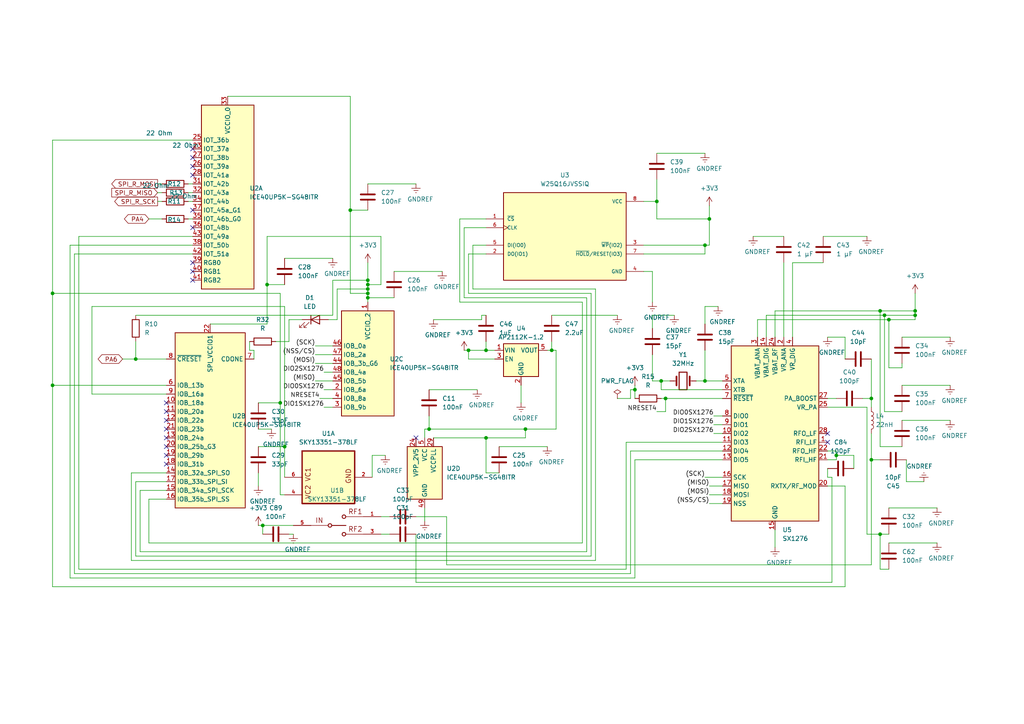
<source format=kicad_sch>
(kicad_sch (version 20250114) (generator "eeschema") (generator_version "9.0")
  (paper "A4")
  (title_block (title "Flipper Device DIY") (rev "13.F7B9C6") (company "Originally from : Flipper Devices Inc.") (comment 1 "DIY Version 1.0"))
  (lib_symbols
    (symbol "Device:C" (pin_numbers (hide yes)) (pin_names (offset 0.254))
      (property "Reference" "C" (at 0.635 2.54 0))
      (property "Value" "C" (at 0.635 -2.54 0))
      (symbol "C_1_1"
        (pin passive line (at 0 3.81 270) (length 2.794) (name "~") (number "1"))
        (pin passive line (at 0 -3.81 90) (length 2.794) (name "~") (number "2"))
      )
    )
    (symbol "Device:Crystal" (pin_numbers (hide yes)) (pin_names (offset 1.016) (hide yes))
      (property "Reference" "Y" (at 0 3.81 0))
      (property "Value" "Crystal" (at 0 -3.81 0))
      (symbol "Crystal_1_1"
        (pin passive line (at -3.81 0 0) (length 1.27) (name "1") (number "1"))
        (pin passive line (at 3.81 0 180) (length 1.27) (name "2") (number "2"))
      )
    )
    (symbol "Device:L" (pin_numbers (hide yes)) (pin_names (offset 1.016) (hide yes))
      (property "Reference" "L" (at -1.27 0 90))
      (property "Value" "L" (at 1.905 0 90))
      (symbol "L_1_1"
        (pin passive line (at 0 3.81 270) (length 1.27) (name "1") (number "1"))
        (pin passive line (at 0 -3.81 90) (length 1.27) (name "2") (number "2"))
      )
    )
    (symbol "Device:LED" (pin_numbers (hide yes)) (pin_names (offset 1.016) (hide yes))
      (property "Reference" "D" (at 0 2.54 0))
      (property "Value" "LED" (at 0 -2.54 0))
      (symbol "LED_1_1"
        (pin passive line (at -3.81 0 0) (length 2.54) (name "K") (number "1"))
        (pin passive line (at 3.81 0 180) (length 2.54) (name "A") (number "2"))
      )
    )
    (symbol "Device:R" (pin_numbers (hide yes)) (pin_names (offset 0))
      (property "Reference" "R" (at 2.032 0 90))
      (property "Value" "R" (at 0 0 90))
      (symbol "R_1_1"
        (pin passive line (at 0 3.81 270) (length 1.27) (name "~") (number "1"))
        (pin passive line (at 0 -3.81 90) (length 1.27) (name "~") (number "2"))
      )
    )
    (symbol "FPGA_Lattice:ICE40UP5K-SG48ITR"
      (property "Reference" "U2" (at 6.35 1.2701 0))
      (property "Value" "ICE40UP5K-SG48ITR" (at 6.35 -1.2699 0))
      (symbol "ICE40UP5K-SG48ITR_1_1"
        (pin bidirectional line (at -10.16 15.24 0) (length 2.54) (name "IOT_36b") (number "25"))
        (pin bidirectional line (at -10.16 12.7 0) (length 2.54) (name "IOT_37a") (number "23"))
        (pin bidirectional line (at -10.16 10.16 0) (length 2.54) (name "IOT_38b") (number "27"))
        (pin bidirectional line (at -10.16 7.62 0) (length 2.54) (name "IOT_39a") (number "26"))
        (pin bidirectional line (at -10.16 5.08 0) (length 2.54) (name "IOT_41a") (number "28"))
        (pin bidirectional line (at -10.16 2.54 0) (length 2.54) (name "IOT_42b") (number "31"))
        (pin bidirectional line (at -10.16 0 0) (length 2.54) (name "IOT_43a") (number "32"))
        (pin bidirectional line (at -10.16 -2.54 0) (length 2.54) (name "IOT_44b") (number "34"))
        (pin bidirectional line (at -10.16 -5.08 0) (length 2.54) (name "IOT_45a_G1") (number "37"))
        (pin bidirectional line (at -10.16 -7.62 0) (length 2.54) (name "IOT_46b_G0") (number "35"))
        (pin bidirectional line (at -10.16 -10.16 0) (length 2.54) (name "IOT_48b") (number "36"))
        (pin bidirectional line (at -10.16 -12.7 0) (length 2.54) (name "IOT_49a") (number "43"))
        (pin bidirectional line (at -10.16 -15.24 0) (length 2.54) (name "IOT_50b") (number "38"))
        (pin bidirectional line (at -10.16 -17.78 0) (length 2.54) (name "IOT_51a") (number "42"))
        (pin open_collector line (at -10.16 -20.32 0) (length 2.54) (name "RGB0") (number "39"))
        (pin open_collector line (at -10.16 -22.86 0) (length 2.54) (name "RGB1") (number "40"))
        (pin open_collector line (at -10.16 -25.4 0) (length 2.54) (name "RGB2") (number "41"))
        (pin power_in line (at 0 27.94 270) (length 2.54) (name "VCCIO_0") (number "33"))
      )
      (symbol "ICE40UP5K-SG48ITR_2_1"
        (pin input line (at -12.7 17.78 0) (length 2.54) (name "~{CRESET}") (number "8"))
        (pin bidirectional line (at -12.7 10.16 0) (length 2.54) (name "IOB_13b") (number "6"))
        (pin bidirectional line (at -12.7 7.62 0) (length 2.54) (name "IOB_16a") (number "9"))
        (pin bidirectional line (at -12.7 5.08 0) (length 2.54) (name "IOB_18a") (number "10"))
        (pin bidirectional line (at -12.7 2.54 0) (length 2.54) (name "IOB_20a") (number "11"))
        (pin bidirectional line (at -12.7 0 0) (length 2.54) (name "IOB_22a") (number "12"))
        (pin bidirectional line (at -12.7 -2.54 0) (length 2.54) (name "IOB_23b") (number "21"))
        (pin bidirectional line (at -12.7 -5.08 0) (length 2.54) (name "IOB_24a") (number "13"))
        (pin bidirectional line (at -12.7 -7.62 0) (length 2.54) (name "IOB_25b_G3") (number "20"))
        (pin bidirectional line (at -12.7 -10.16 0) (length 2.54) (name "IOB_29b") (number "19"))
        (pin bidirectional line (at -12.7 -12.7 0) (length 2.54) (name "IOB_31b") (number "18"))
        (pin bidirectional line (at -12.7 -15.24 0) (length 2.54) (name "IOB_32a_SPI_SO") (number "14"))
        (pin bidirectional line (at -12.7 -17.78 0) (length 2.54) (name "IOB_33b_SPI_SI") (number "17"))
        (pin bidirectional line (at -12.7 -20.32 0) (length 2.54) (name "IOB_34a_SPI_SCK") (number "15"))
        (pin bidirectional line (at -12.7 -22.86 0) (length 2.54) (name "IOB_35b_SPI_SS") (number "16"))
        (pin power_in line (at 0 27.94 270) (length 2.54) (name "SPI_VCCIO1") (number "22"))
        (pin open_collector line (at 12.7 17.78 180) (length 2.54) (name "CDONE") (number "7"))
      )
      (symbol "ICE40UP5K-SG48ITR_3_1"
        (pin bidirectional line (at -10.16 5.08 0) (length 2.54) (name "IOB_0a") (number "46"))
        (pin bidirectional line (at -10.16 2.54 0) (length 2.54) (name "IOB_2a") (number "47"))
        (pin bidirectional line (at -10.16 0 0) (length 2.54) (name "IOB_3b_G6") (number "44"))
        (pin bidirectional line (at -10.16 -2.54 0) (length 2.54) (name "IOB_4a") (number "48"))
        (pin bidirectional line (at -10.16 -5.08 0) (length 2.54) (name "IOB_5b") (number "45"))
        (pin bidirectional line (at -10.16 -7.62 0) (length 2.54) (name "IOB_6a") (number "2"))
        (pin bidirectional line (at -10.16 -10.16 0) (length 2.54) (name "IOB_8a") (number "4"))
        (pin bidirectional line (at -10.16 -12.7 0) (length 2.54) (name "IOB_9b") (number "3"))
        (pin power_in line (at 0 17.78 270) (length 2.54) (name "VCCIO_2") (number "1"))
      )
      (symbol "ICE40UP5K-SG48ITR_4_1"
        (pin power_in line (at -2.54 10.16 270) (length 2.54) (name "VPP_2V5") (number "24"))
        (pin passive line (at 0 10.16 270) (length 2.54) (hide yes) (name "VCC") (number "30"))
        (pin power_in line (at 0 10.16 270) (length 2.54) (name "VCC") (number "5"))
        (pin power_in line (at 0 -10.16 90) (length 2.54) (name "GND") (number "49"))
        (pin power_in line (at 2.54 10.16 270) (length 2.54) (name "VCCPLL") (number "29"))
      )
    )
    (symbol "ICE40UP5K-SG48ITR_1"
      (property "Reference" "U2" (at 6.35 1.2701 0))
      (property "Value" "ICE40UP5K-SG48ITR" (at 6.35 -1.2699 0))
      (symbol "ICE40UP5K-SG48ITR_1_1_1"
        (pin bidirectional line (at -10.16 15.24 0) (length 2.54) (name "IOT_36b") (number "25"))
        (pin bidirectional line (at -10.16 12.7 0) (length 2.54) (name "IOT_37a") (number "23"))
        (pin bidirectional line (at -10.16 10.16 0) (length 2.54) (name "IOT_38b") (number "27"))
        (pin bidirectional line (at -10.16 7.62 0) (length 2.54) (name "IOT_39a") (number "26"))
        (pin bidirectional line (at -10.16 5.08 0) (length 2.54) (name "IOT_41a") (number "28"))
        (pin bidirectional line (at -10.16 2.54 0) (length 2.54) (name "IOT_42b") (number "31"))
        (pin bidirectional line (at -10.16 0 0) (length 2.54) (name "IOT_43a") (number "32"))
        (pin bidirectional line (at -10.16 -2.54 0) (length 2.54) (name "IOT_44b") (number "34"))
        (pin bidirectional line (at -10.16 -5.08 0) (length 2.54) (name "IOT_45a_G1") (number "37"))
        (pin bidirectional line (at -10.16 -7.62 0) (length 2.54) (name "IOT_46b_G0") (number "35"))
        (pin bidirectional line (at -10.16 -10.16 0) (length 2.54) (name "IOT_48b") (number "36"))
        (pin bidirectional line (at -10.16 -12.7 0) (length 2.54) (name "IOT_49a") (number "43"))
        (pin bidirectional line (at -10.16 -15.24 0) (length 2.54) (name "IOT_50b") (number "38"))
        (pin bidirectional line (at -10.16 -17.78 0) (length 2.54) (name "IOT_51a") (number "42"))
        (pin open_collector line (at -10.16 -20.32 0) (length 2.54) (name "RGB0") (number "39"))
        (pin open_collector line (at -10.16 -22.86 0) (length 2.54) (name "RGB1") (number "40"))
        (pin open_collector line (at -10.16 -25.4 0) (length 2.54) (name "RGB2") (number "41"))
        (pin power_in line (at 0 27.94 270) (length 2.54) (name "VCCIO_0") (number "33"))
      )
      (symbol "ICE40UP5K-SG48ITR_1_2_1"
        (pin input line (at -12.7 17.78 0) (length 2.54) (name "~{CRESET}") (number "8"))
        (pin bidirectional line (at -12.7 10.16 0) (length 2.54) (name "IOB_13b") (number "6"))
        (pin bidirectional line (at -12.7 7.62 0) (length 2.54) (name "IOB_16a") (number "9"))
        (pin bidirectional line (at -12.7 5.08 0) (length 2.54) (name "IOB_18a") (number "10"))
        (pin bidirectional line (at -12.7 2.54 0) (length 2.54) (name "IOB_20a") (number "11"))
        (pin bidirectional line (at -12.7 0 0) (length 2.54) (name "IOB_22a") (number "12"))
        (pin bidirectional line (at -12.7 -2.54 0) (length 2.54) (name "IOB_23b") (number "21"))
        (pin bidirectional line (at -12.7 -5.08 0) (length 2.54) (name "IOB_24a") (number "13"))
        (pin bidirectional line (at -12.7 -7.62 0) (length 2.54) (name "IOB_25b_G3") (number "20"))
        (pin bidirectional line (at -12.7 -10.16 0) (length 2.54) (name "IOB_29b") (number "19"))
        (pin bidirectional line (at -12.7 -12.7 0) (length 2.54) (name "IOB_31b") (number "18"))
        (pin bidirectional line (at -12.7 -15.24 0) (length 2.54) (name "IOB_32a_SPI_SO") (number "14"))
        (pin bidirectional line (at -12.7 -17.78 0) (length 2.54) (name "IOB_33b_SPI_SI") (number "17"))
        (pin bidirectional line (at -12.7 -20.32 0) (length 2.54) (name "IOB_34a_SPI_SCK") (number "15"))
        (pin bidirectional line (at -12.7 -22.86 0) (length 2.54) (name "IOB_35b_SPI_SS") (number "16"))
        (pin power_in line (at 0 27.94 270) (length 2.54) (name "SPI_VCCIO1") (number "22"))
        (pin open_collector line (at 12.7 17.78 180) (length 2.54) (name "CDONE") (number "7"))
      )
      (symbol "ICE40UP5K-SG48ITR_1_3_1"
        (pin bidirectional line (at -10.16 5.08 0) (length 2.54) (name "IOB_0a") (number "46"))
        (pin bidirectional line (at -10.16 2.54 0) (length 2.54) (name "IOB_2a") (number "47"))
        (pin bidirectional line (at -10.16 0 0) (length 2.54) (name "IOB_3b_G6") (number "44"))
        (pin bidirectional line (at -10.16 -2.54 0) (length 2.54) (name "IOB_4a") (number "48"))
        (pin bidirectional line (at -10.16 -5.08 0) (length 2.54) (name "IOB_5b") (number "45"))
        (pin bidirectional line (at -10.16 -7.62 0) (length 2.54) (name "IOB_6a") (number "2"))
        (pin bidirectional line (at -10.16 -10.16 0) (length 2.54) (name "IOB_8a") (number "4"))
        (pin bidirectional line (at -10.16 -12.7 0) (length 2.54) (name "IOB_9b") (number "3"))
        (pin power_in line (at 0 17.78 270) (length 2.54) (name "VCCIO_2") (number "1"))
      )
      (symbol "ICE40UP5K-SG48ITR_1_4_1"
        (pin power_in line (at -2.54 10.16 270) (length 2.54) (name "VPP_2V5") (number "24"))
        (pin passive line (at 0 10.16 270) (length 2.54) (hide yes) (name "VCC") (number "30"))
        (pin power_in line (at 0 10.16 270) (length 2.54) (name "VCC") (number "5"))
        (pin power_in line (at 0 -10.16 90) (length 2.54) (name "GND") (number "49"))
        (pin power_in line (at 2.54 10.16 270) (length 2.54) (name "VCCPLL") (number "29"))
      )
    )
    (symbol "ICE40UP5K-SG48ITR_2"
      (property "Reference" "U2" (at 6.35 1.2701 0))
      (property "Value" "ICE40UP5K-SG48ITR" (at 6.35 -1.2699 0))
      (symbol "ICE40UP5K-SG48ITR_2_1_1"
        (pin bidirectional line (at -10.16 15.24 0) (length 2.54) (name "IOT_36b") (number "25"))
        (pin bidirectional line (at -10.16 12.7 0) (length 2.54) (name "IOT_37a") (number "23"))
        (pin bidirectional line (at -10.16 10.16 0) (length 2.54) (name "IOT_38b") (number "27"))
        (pin bidirectional line (at -10.16 7.62 0) (length 2.54) (name "IOT_39a") (number "26"))
        (pin bidirectional line (at -10.16 5.08 0) (length 2.54) (name "IOT_41a") (number "28"))
        (pin bidirectional line (at -10.16 2.54 0) (length 2.54) (name "IOT_42b") (number "31"))
        (pin bidirectional line (at -10.16 0 0) (length 2.54) (name "IOT_43a") (number "32"))
        (pin bidirectional line (at -10.16 -2.54 0) (length 2.54) (name "IOT_44b") (number "34"))
        (pin bidirectional line (at -10.16 -5.08 0) (length 2.54) (name "IOT_45a_G1") (number "37"))
        (pin bidirectional line (at -10.16 -7.62 0) (length 2.54) (name "IOT_46b_G0") (number "35"))
        (pin bidirectional line (at -10.16 -10.16 0) (length 2.54) (name "IOT_48b") (number "36"))
        (pin bidirectional line (at -10.16 -12.7 0) (length 2.54) (name "IOT_49a") (number "43"))
        (pin bidirectional line (at -10.16 -15.24 0) (length 2.54) (name "IOT_50b") (number "38"))
        (pin bidirectional line (at -10.16 -17.78 0) (length 2.54) (name "IOT_51a") (number "42"))
        (pin open_collector line (at -10.16 -20.32 0) (length 2.54) (name "RGB0") (number "39"))
        (pin open_collector line (at -10.16 -22.86 0) (length 2.54) (name "RGB1") (number "40"))
        (pin open_collector line (at -10.16 -25.4 0) (length 2.54) (name "RGB2") (number "41"))
        (pin power_in line (at 0 27.94 270) (length 2.54) (name "VCCIO_0") (number "33"))
      )
      (symbol "ICE40UP5K-SG48ITR_2_2_1"
        (pin input line (at -12.7 17.78 0) (length 2.54) (name "~{CRESET}") (number "8"))
        (pin bidirectional line (at -12.7 10.16 0) (length 2.54) (name "IOB_13b") (number "6"))
        (pin bidirectional line (at -12.7 7.62 0) (length 2.54) (name "IOB_16a") (number "9"))
        (pin bidirectional line (at -12.7 5.08 0) (length 2.54) (name "IOB_18a") (number "10"))
        (pin bidirectional line (at -12.7 2.54 0) (length 2.54) (name "IOB_20a") (number "11"))
        (pin bidirectional line (at -12.7 0 0) (length 2.54) (name "IOB_22a") (number "12"))
        (pin bidirectional line (at -12.7 -2.54 0) (length 2.54) (name "IOB_23b") (number "21"))
        (pin bidirectional line (at -12.7 -5.08 0) (length 2.54) (name "IOB_24a") (number "13"))
        (pin bidirectional line (at -12.7 -7.62 0) (length 2.54) (name "IOB_25b_G3") (number "20"))
        (pin bidirectional line (at -12.7 -10.16 0) (length 2.54) (name "IOB_29b") (number "19"))
        (pin bidirectional line (at -12.7 -12.7 0) (length 2.54) (name "IOB_31b") (number "18"))
        (pin bidirectional line (at -12.7 -15.24 0) (length 2.54) (name "IOB_32a_SPI_SO") (number "14"))
        (pin bidirectional line (at -12.7 -17.78 0) (length 2.54) (name "IOB_33b_SPI_SI") (number "17"))
        (pin bidirectional line (at -12.7 -20.32 0) (length 2.54) (name "IOB_34a_SPI_SCK") (number "15"))
        (pin bidirectional line (at -12.7 -22.86 0) (length 2.54) (name "IOB_35b_SPI_SS") (number "16"))
        (pin power_in line (at 0 27.94 270) (length 2.54) (name "SPI_VCCIO1") (number "22"))
        (pin open_collector line (at 12.7 17.78 180) (length 2.54) (name "CDONE") (number "7"))
      )
      (symbol "ICE40UP5K-SG48ITR_2_3_1"
        (pin bidirectional line (at -10.16 5.08 0) (length 2.54) (name "IOB_0a") (number "46"))
        (pin bidirectional line (at -10.16 2.54 0) (length 2.54) (name "IOB_2a") (number "47"))
        (pin bidirectional line (at -10.16 0 0) (length 2.54) (name "IOB_3b_G6") (number "44"))
        (pin bidirectional line (at -10.16 -2.54 0) (length 2.54) (name "IOB_4a") (number "48"))
        (pin bidirectional line (at -10.16 -5.08 0) (length 2.54) (name "IOB_5b") (number "45"))
        (pin bidirectional line (at -10.16 -7.62 0) (length 2.54) (name "IOB_6a") (number "2"))
        (pin bidirectional line (at -10.16 -10.16 0) (length 2.54) (name "IOB_8a") (number "4"))
        (pin bidirectional line (at -10.16 -12.7 0) (length 2.54) (name "IOB_9b") (number "3"))
        (pin power_in line (at 0 17.78 270) (length 2.54) (name "VCCIO_2") (number "1"))
      )
      (symbol "ICE40UP5K-SG48ITR_2_4_1"
        (pin power_in line (at -2.54 10.16 270) (length 2.54) (name "VPP_2V5") (number "24"))
        (pin passive line (at 0 10.16 270) (length 2.54) (hide yes) (name "VCC") (number "30"))
        (pin power_in line (at 0 10.16 270) (length 2.54) (name "VCC") (number "5"))
        (pin power_in line (at 0 -10.16 90) (length 2.54) (name "GND") (number "49"))
        (pin power_in line (at 2.54 10.16 270) (length 2.54) (name "VCCPLL") (number "29"))
      )
    )
    (symbol "ICE40UP5K-SG48ITR_3"
      (property "Reference" "U2" (at 6.35 1.2701 0))
      (property "Value" "ICE40UP5K-SG48ITR" (at 6.35 -1.2699 0))
      (symbol "ICE40UP5K-SG48ITR_3_1_1"
        (pin bidirectional line (at -10.16 15.24 0) (length 2.54) (name "IOT_36b") (number "25"))
        (pin bidirectional line (at -10.16 12.7 0) (length 2.54) (name "IOT_37a") (number "23"))
        (pin bidirectional line (at -10.16 10.16 0) (length 2.54) (name "IOT_38b") (number "27"))
        (pin bidirectional line (at -10.16 7.62 0) (length 2.54) (name "IOT_39a") (number "26"))
        (pin bidirectional line (at -10.16 5.08 0) (length 2.54) (name "IOT_41a") (number "28"))
        (pin bidirectional line (at -10.16 2.54 0) (length 2.54) (name "IOT_42b") (number "31"))
        (pin bidirectional line (at -10.16 0 0) (length 2.54) (name "IOT_43a") (number "32"))
        (pin bidirectional line (at -10.16 -2.54 0) (length 2.54) (name "IOT_44b") (number "34"))
        (pin bidirectional line (at -10.16 -5.08 0) (length 2.54) (name "IOT_45a_G1") (number "37"))
        (pin bidirectional line (at -10.16 -7.62 0) (length 2.54) (name "IOT_46b_G0") (number "35"))
        (pin bidirectional line (at -10.16 -10.16 0) (length 2.54) (name "IOT_48b") (number "36"))
        (pin bidirectional line (at -10.16 -12.7 0) (length 2.54) (name "IOT_49a") (number "43"))
        (pin bidirectional line (at -10.16 -15.24 0) (length 2.54) (name "IOT_50b") (number "38"))
        (pin bidirectional line (at -10.16 -17.78 0) (length 2.54) (name "IOT_51a") (number "42"))
        (pin open_collector line (at -10.16 -20.32 0) (length 2.54) (name "RGB0") (number "39"))
        (pin open_collector line (at -10.16 -22.86 0) (length 2.54) (name "RGB1") (number "40"))
        (pin open_collector line (at -10.16 -25.4 0) (length 2.54) (name "RGB2") (number "41"))
        (pin power_in line (at 0 27.94 270) (length 2.54) (name "VCCIO_0") (number "33"))
      )
      (symbol "ICE40UP5K-SG48ITR_3_2_1"
        (pin input line (at -12.7 17.78 0) (length 2.54) (name "~{CRESET}") (number "8"))
        (pin bidirectional line (at -12.7 10.16 0) (length 2.54) (name "IOB_13b") (number "6"))
        (pin bidirectional line (at -12.7 7.62 0) (length 2.54) (name "IOB_16a") (number "9"))
        (pin bidirectional line (at -12.7 5.08 0) (length 2.54) (name "IOB_18a") (number "10"))
        (pin bidirectional line (at -12.7 2.54 0) (length 2.54) (name "IOB_20a") (number "11"))
        (pin bidirectional line (at -12.7 0 0) (length 2.54) (name "IOB_22a") (number "12"))
        (pin bidirectional line (at -12.7 -2.54 0) (length 2.54) (name "IOB_23b") (number "21"))
        (pin bidirectional line (at -12.7 -5.08 0) (length 2.54) (name "IOB_24a") (number "13"))
        (pin bidirectional line (at -12.7 -7.62 0) (length 2.54) (name "IOB_25b_G3") (number "20"))
        (pin bidirectional line (at -12.7 -10.16 0) (length 2.54) (name "IOB_29b") (number "19"))
        (pin bidirectional line (at -12.7 -12.7 0) (length 2.54) (name "IOB_31b") (number "18"))
        (pin bidirectional line (at -12.7 -15.24 0) (length 2.54) (name "IOB_32a_SPI_SO") (number "14"))
        (pin bidirectional line (at -12.7 -17.78 0) (length 2.54) (name "IOB_33b_SPI_SI") (number "17"))
        (pin bidirectional line (at -12.7 -20.32 0) (length 2.54) (name "IOB_34a_SPI_SCK") (number "15"))
        (pin bidirectional line (at -12.7 -22.86 0) (length 2.54) (name "IOB_35b_SPI_SS") (number "16"))
        (pin power_in line (at 0 27.94 270) (length 2.54) (name "SPI_VCCIO1") (number "22"))
        (pin open_collector line (at 12.7 17.78 180) (length 2.54) (name "CDONE") (number "7"))
      )
      (symbol "ICE40UP5K-SG48ITR_3_3_1"
        (pin bidirectional line (at -10.16 5.08 0) (length 2.54) (name "IOB_0a") (number "46"))
        (pin bidirectional line (at -10.16 2.54 0) (length 2.54) (name "IOB_2a") (number "47"))
        (pin bidirectional line (at -10.16 0 0) (length 2.54) (name "IOB_3b_G6") (number "44"))
        (pin bidirectional line (at -10.16 -2.54 0) (length 2.54) (name "IOB_4a") (number "48"))
        (pin bidirectional line (at -10.16 -5.08 0) (length 2.54) (name "IOB_5b") (number "45"))
        (pin bidirectional line (at -10.16 -7.62 0) (length 2.54) (name "IOB_6a") (number "2"))
        (pin bidirectional line (at -10.16 -10.16 0) (length 2.54) (name "IOB_8a") (number "4"))
        (pin bidirectional line (at -10.16 -12.7 0) (length 2.54) (name "IOB_9b") (number "3"))
        (pin power_in line (at 0 17.78 270) (length 2.54) (name "VCCIO_2") (number "1"))
      )
      (symbol "ICE40UP5K-SG48ITR_3_4_1"
        (pin power_in line (at -2.54 10.16 270) (length 2.54) (name "VPP_2V5") (number "24"))
        (pin passive line (at 0 10.16 270) (length 2.54) (hide yes) (name "VCC") (number "30"))
        (pin power_in line (at 0 10.16 270) (length 2.54) (name "VCC") (number "5"))
        (pin power_in line (at 0 -10.16 90) (length 2.54) (name "GND") (number "49"))
        (pin power_in line (at 2.54 10.16 270) (length 2.54) (name "VCCPLL") (number "29"))
      )
    )
    (symbol "RF:SX1276"
      (property "Reference" "U5" (at 2.1433 -27.94 0))
      (property "Value" "SX1276" (at 2.1433 -30.48 0))
      (symbol "SX1276_1_1"
        (pin bidirectional line (at -15.24 15.24 0) (length 2.54) (name "XTA") (number "5"))
        (pin bidirectional line (at -15.24 12.7 0) (length 2.54) (name "XTB") (number "6"))
        (pin input line (at -15.24 10.16 0) (length 2.54) (name "~{RESET}") (number "7"))
        (pin bidirectional line (at -15.24 5.08 0) (length 2.54) (name "DIO0") (number "8"))
        (pin bidirectional line (at -15.24 2.54 0) (length 2.54) (name "DIO1") (number "9"))
        (pin bidirectional line (at -15.24 0 0) (length 2.54) (name "DIO2") (number "10"))
        (pin bidirectional line (at -15.24 -2.54 0) (length 2.54) (name "DIO3") (number "11"))
        (pin bidirectional line (at -15.24 -5.08 0) (length 2.54) (name "DIO4") (number "12"))
        (pin bidirectional line (at -15.24 -7.62 0) (length 2.54) (name "DIO5") (number "13"))
        (pin input line (at -15.24 -12.7 0) (length 2.54) (name "SCK") (number "16"))
        (pin output line (at -15.24 -15.24 0) (length 2.54) (name "MISO") (number "17"))
        (pin input line (at -15.24 -17.78 0) (length 2.54) (name "MOSI") (number "18"))
        (pin input line (at -15.24 -20.32 0) (length 2.54) (name "NSS") (number "19"))
        (pin power_in line (at -5.08 27.94 270) (length 2.54) (name "VBAT_ANA") (number "3"))
        (pin power_in line (at -2.54 27.94 270) (length 2.54) (name "VBAT_DIG") (number "14"))
        (pin power_in line (at 0 27.94 270) (length 2.54) (name "VBAT_RF") (number "24"))
        (pin power_in line (at 0 -27.94 90) (length 2.54) (name "GND") (number "15"))
        (pin passive line (at 0 -27.94 90) (length 2.54) (hide yes) (name "GND") (number "23"))
        (pin passive line (at 0 -27.94 90) (length 2.54) (hide yes) (name "GND") (number "26"))
        (pin passive line (at 0 -27.94 90) (length 2.54) (hide yes) (name "GND") (number "29"))
        (pin passive line (at 2.54 27.94 270) (length 2.54) (name "VR_ANA") (number "2"))
        (pin passive line (at 5.08 27.94 270) (length 2.54) (name "VR_DIG") (number "4"))
        (pin power_out line (at 15.24 10.16 180) (length 2.54) (name "PA_BOOST") (number "27"))
        (pin power_out line (at 15.24 7.62 180) (length 2.54) (name "VR_PA") (number "25"))
        (pin output line (at 15.24 0 180) (length 2.54) (name "RFO_LF") (number "28"))
        (pin input line (at 15.24 -2.54 180) (length 2.54) (name "RFI_LF") (number "1"))
        (pin output line (at 15.24 -5.08 180) (length 2.54) (name "RFO_HF") (number "22"))
        (pin input line (at 15.24 -7.62 180) (length 2.54) (name "RFI_HF") (number "21"))
        (pin output line (at 15.24 -15.24 180) (length 2.54) (name "RXTX/RF_MOD") (number "20"))
      )
    )
    (symbol "Regulator_Linear:AP2112K-1.2" (pin_names (offset 0.254))
      (property "Reference" "U" (at -5.08 5.715 0))
      (property "Value" "AP2112K-1.2" (at 0 5.715 0))
      (symbol "AP2112K-1.2_1_1"
        (pin power_in line (at -7.62 2.54 0) (length 2.54) (name "VIN") (number "1"))
        (pin input line (at -7.62 0 0) (length 2.54) (name "EN") (number "3"))
        (pin power_in line (at 0 -7.62 90) (length 2.54) (name "GND") (number "2"))
        (pin no_connect line (at 5.08 0 180) (length 2.54) (hide yes) (name "NC") (number "4"))
        (pin power_out line (at 7.62 2.54 180) (length 2.54) (name "VOUT") (number "5"))
      )
    )
    (symbol "SKY13351-378LF:SKY13351-378LF" (pin_names (offset 1.016))
      (property "Reference" "U" (at 0 0 0))
      (property "Value" "SKY13351-378LF" (at 2.54 -12.7 0))
      (symbol "SKY13351-378LF_1_0"
        (text "VC2" (at -6.35 5.08 0) (effects (font (size 1.4224 1.4224)) (justify left bottom)))
        (text "GND" (at -1.905 -6.6675 0) (effects (font (size 1.4224 1.4224)) (justify left bottom)))
        (text "VC1" (at -1.27 5.08 0) (effects (font (size 1.4224 1.4224)) (justify left bottom)))
        (pin input line (at -5.08 12.7 270) (length 5.08) (name "~") (number "4"))
        (pin input line (at 0 12.7 270) (length 5.08) (name "~") (number "6"))
        (pin power_in line (at 0 -12.7 90) (length 5.08) (name "~") (number "2"))
      )
      (symbol "SKY13351-378LF_2_0"
        (text "IN" (at -6.35 0.635 0) (effects (font (size 1.4224 1.4224)) (justify left bottom)))
        (text "RF1" (at 3.175 3.175 0) (effects (font (size 1.4224 1.4224)) (justify left bottom)))
        (text "RF2" (at 3.175 -1.905 0) (effects (font (size 1.4224 1.4224)) (justify left bottom)))
        (pin bidirectional line (at -12.7 0 0) (length 5.08) (name "~") (number "5"))
        (pin bidirectional line (at 12.7 2.54 180) (length 5.08) (name "~") (number "1"))
        (pin bidirectional line (at 12.7 -2.54 180) (length 5.08) (name "~") (number "3"))
      )
    )
    (symbol "W25Q16JVSSIQ:W25Q16JVSSIQ" (pin_names (offset 1.016))
      (property "Reference" "U" (at -17.78 13.335 0))
      (property "Value" "W25Q16JVSSIQ" (at -17.78 -15.24 0))
      (symbol "W25Q16JVSSIQ_0_0"
        (pin input line (at -22.86 5.08 0) (length 5.08) (name "~{CS}") (number "1"))
        (pin input clock (at -22.86 2.54 0) (length 5.08) (name "CLK") (number "6"))
        (pin bidirectional line (at -22.86 -2.54 0) (length 5.08) (name "DI(IO0)") (number "5"))
        (pin bidirectional line (at -22.86 -5.08 0) (length 5.08) (name "DO(IO1)") (number "2"))
        (pin power_in line (at 22.86 10.16 180) (length 5.08) (name "VCC") (number "8"))
        (pin bidirectional line (at 22.86 -2.54 180) (length 5.08) (name "~{WP}(IO2)") (number "3"))
        (pin bidirectional line (at 22.86 -5.08 180) (length 5.08) (name "~{HOLD}/RESET(IO3)") (number "7"))
        (pin power_in line (at 22.86 -10.16 180) (length 5.08) (name "GND") (number "4"))
      )
    )
    (symbol "power:+3V3" (power) (pin_numbers (hide yes)) (pin_names (offset 0) (hide yes))
      (property "Value" "+3V3" (at 0 3.556 0))
      (symbol "+3V3_1_1"
        (pin power_in line (at 0 0 90) (length 0) (name "~") (number "1"))
      )
    )
    (symbol "power:GNDREF" (power) (pin_names (offset 0))
      (property "Value" "GNDREF" (at 0 -3.81 0))
      (symbol "GNDREF_1_1"
        (pin power_in line (at 0 0 270) (length 0) (hide yes) (name "GNDREF") (number "1"))
      )
    )
    (symbol "power:PWR_FLAG" (power) (pin_numbers (hide yes)) (pin_names (offset 0) (hide yes))
      (property "Value" "PWR_FLAG" (at 0 3.81 0))
      (symbol "PWR_FLAG_0_0"
        (pin power_out line (at 0 0 90) (length 0) (name "~") (number "1"))
      )
    )
  )
  (junction (at 106.68 81.28))
  (junction (at 205.74 63.5))
  (junction (at 106.68 85.09))
  (junction (at 39.37 104.14))
  (junction (at 204.47 110.49))
  (junction (at 101.6 60.96))
  (junction (at 106.68 83.82))
  (junction (at 106.68 82.55))
  (junction (at 242.57 132.08))
  (junction (at 135.89 101.6))
  (junction (at 252.73 115.57))
  (junction (at 193.04 115.57))
  (junction (at 77.47 82.55))
  (junction (at 160.02 101.6))
  (junction (at 106.68 86.36))
  (junction (at 190.5 58.42))
  (junction (at 255.27 90.17))
  (junction (at 140.97 101.6))
  (junction (at 191.77 110.49))
  (junction (at 204.47 71.12))
  (junction (at 124.46 124.46))
  (junction (at 265.43 90.17))
  (junction (at 76.2 152.4))
  (junction (at 140.97 127))
  (junction (at 15.24 111.76))
  (junction (at 184.15 113.03))
  (junction (at 255.27 154.94))
  (junction (at 257.81 92.71))
  (junction (at 252.73 133.35))
  (junction (at 82.55 129.54))
  (junction (at 152.4 124.46))
  (junction (at 15.24 85.09))
  (junction (at 81.28 116.84))
  (junction (at 256.54 91.44))
  (junction (at 265.43 91.44))
  (no_connect (at 48.26 119.38))
  (no_connect (at 48.26 121.92))
  (no_connect (at 55.88 48.26))
  (no_connect (at 48.26 132.08))
  (no_connect (at 55.88 66.04))
  (no_connect (at 48.26 129.54))
  (no_connect (at 48.26 124.46))
  (no_connect (at 55.88 45.72))
  (no_connect (at 240.03 128.27))
  (no_connect (at 55.88 60.96))
  (no_connect (at 120.65 127))
  (no_connect (at 55.88 50.8))
  (no_connect (at 48.26 127))
  (no_connect (at 55.88 81.28))
  (no_connect (at 48.26 134.62))
  (no_connect (at 48.26 116.84))
  (no_connect (at 240.03 125.73))
  (no_connect (at 55.88 78.74))
  (no_connect (at 55.88 76.2))
  (no_connect (at 55.88 43.18))
  (wire (pts (xy 190.5 119.38) (xy 193.04 119.38)))
  (wire (pts (xy 135.89 73.66) (xy 140.97 73.66)))
  (wire (pts (xy 257.81 92.71) (xy 257.81 106.68)))
  (wire (pts (xy 91.44 100.33) (xy 96.52 100.33)))
  (wire (pts (xy 106.68 83.82) (xy 106.68 85.09)))
  (wire (pts (xy 22.86 165.1) (xy 22.86 68.58)))
  (wire (pts (xy 73.66 104.14) (xy 73.66 101.6)))
  (wire (pts (xy 82.55 74.93) (xy 96.52 74.93)))
  (wire (pts (xy 251.46 118.11) (xy 240.03 118.11)))
  (wire (pts (xy 134.62 101.6) (xy 135.89 101.6)))
  (wire (pts (xy 256.54 119.38) (xy 256.54 91.44)))
  (wire (pts (xy 186.69 73.66) (xy 204.47 73.66)))
  (wire (pts (xy 257.81 157.48) (xy 271.78 157.48)))
  (wire (pts (xy 77.47 93.98) (xy 77.47 82.55)))
  (wire (pts (xy 74.93 137.16) (xy 74.93 140.97)))
  (wire (pts (xy 262.89 139.7) (xy 267.97 139.7)))
  (wire (pts (xy 110.49 68.58) (xy 110.49 82.55)))
  (wire (pts (xy 168.91 157.48) (xy 168.91 87.63)))
  (wire (pts (xy 205.74 140.97) (xy 209.55 140.97)))
  (wire (pts (xy 194.31 110.49) (xy 191.77 110.49)))
  (wire (pts (xy 171.45 161.29) (xy 171.45 85.09)))
  (wire (pts (xy 251.46 154.94) (xy 251.46 118.11)))
  (wire (pts (xy 120.65 149.86) (xy 129.54 149.86)))
  (wire (pts (xy 35.56 104.14) (xy 39.37 104.14)))
  (wire (pts (xy 15.24 85.09) (xy 15.24 111.76)))
  (wire (pts (xy 207.01 123.19) (xy 209.55 123.19)))
  (wire (pts (xy 184.15 111.76) (xy 184.15 113.03)))
  (wire (pts (xy 124.46 124.46) (xy 123.19 124.46)))
  (wire (pts (xy 245.11 104.14) (xy 245.11 97.79)))
  (wire (pts (xy 110.49 82.55) (xy 106.68 82.55)))
  (wire (pts (xy 252.73 163.83) (xy 129.54 163.83)))
  (wire (pts (xy 74.93 116.84) (xy 81.28 116.84)))
  (wire (pts (xy 245.11 170.18) (xy 15.24 170.18)))
  (wire (pts (xy 114.3 78.74) (xy 128.27 78.74)))
  (wire (pts (xy 151.13 111.76) (xy 151.13 116.84)))
  (wire (pts (xy 38.1 137.16) (xy 38.1 162.56)))
  (wire (pts (xy 204.47 93.98) (xy 204.47 88.9)))
  (wire (pts (xy 242.57 130.81) (xy 242.57 132.08)))
  (wire (pts (xy 77.47 82.55) (xy 77.47 68.58)))
  (wire (pts (xy 106.68 86.36) (xy 106.68 87.63)))
  (wire (pts (xy 72.39 101.6) (xy 72.39 99.06)))
  (wire (pts (xy 182.88 130.81) (xy 182.88 166.37)))
  (wire (pts (xy 92.71 115.57) (xy 96.52 115.57)))
  (wire (pts (xy 160.02 101.6) (xy 161.29 101.6)))
  (wire (pts (xy 240.03 138.43) (xy 240.03 135.89)))
  (wire (pts (xy 110.49 154.94) (xy 113.03 154.94)))
  (wire (pts (xy 43.18 157.48) (xy 168.91 157.48)))
  (wire (pts (xy 186.69 78.74) (xy 189.23 78.74)))
  (wire (pts (xy 48.26 111.76) (xy 15.24 111.76)))
  (wire (pts (xy 15.24 85.09) (xy 81.28 85.09)))
  (wire (pts (xy 137.16 71.12) (xy 140.97 71.12)))
  (wire (pts (xy 91.44 105.41) (xy 96.52 105.41)))
  (wire (pts (xy 135.89 101.6) (xy 140.97 101.6)))
  (wire (pts (xy 229.87 76.2) (xy 238.76 76.2)))
  (wire (pts (xy 93.98 107.95) (xy 96.52 107.95)))
  (wire (pts (xy 20.32 71.12) (xy 55.88 71.12)))
  (wire (pts (xy 193.04 115.57) (xy 209.55 115.57)))
  (wire (pts (xy 182.88 166.37) (xy 21.59 166.37)))
  (wire (pts (xy 238.76 68.58) (xy 251.46 68.58)))
  (wire (pts (xy 101.6 27.94) (xy 101.6 60.96)))
  (wire (pts (xy 45.72 53.34) (xy 46.99 53.34)))
  (wire (pts (xy 190.5 63.5) (xy 205.74 63.5)))
  (wire (pts (xy 39.37 161.29) (xy 171.45 161.29)))
  (wire (pts (xy 101.6 85.09) (xy 106.68 85.09)))
  (wire (pts (xy 193.04 119.38) (xy 193.04 115.57)))
  (wire (pts (xy 265.43 85.09) (xy 265.43 90.17)))
  (wire (pts (xy 189.23 95.25) (xy 189.23 91.44)))
  (wire (pts (xy 252.73 125.73) (xy 252.73 133.35)))
  (wire (pts (xy 241.3 168.91) (xy 241.3 138.43)))
  (wire (pts (xy 82.55 88.9) (xy 26.67 88.9)))
  (wire (pts (xy 81.28 85.09) (xy 81.28 116.84)))
  (wire (pts (xy 255.27 129.54) (xy 255.27 90.17)))
  (wire (pts (xy 26.67 114.3) (xy 48.26 114.3)))
  (wire (pts (xy 124.46 113.03) (xy 138.43 113.03)))
  (wire (pts (xy 66.04 27.94) (xy 101.6 27.94)))
  (wire (pts (xy 38.1 162.56) (xy 172.72 162.56)))
  (wire (pts (xy 120.65 154.94) (xy 120.65 168.91)))
  (wire (pts (xy 140.97 101.6) (xy 143.51 101.6)))
  (wire (pts (xy 96.52 91.44) (xy 96.52 81.28)))
  (wire (pts (xy 39.37 99.06) (xy 39.37 104.14)))
  (wire (pts (xy 181.61 128.27) (xy 181.61 165.1)))
  (wire (pts (xy 222.25 91.44) (xy 256.54 91.44)))
  (wire (pts (xy 54.61 55.88) (xy 55.88 55.88)))
  (wire (pts (xy 76.2 152.4) (xy 76.2 154.94)))
  (wire (pts (xy 247.65 132.08) (xy 247.65 135.89)))
  (wire (pts (xy 257.81 165.1) (xy 255.27 165.1)))
  (wire (pts (xy 257.81 106.68) (xy 261.62 106.68)))
  (wire (pts (xy 207.01 125.73) (xy 209.55 125.73)))
  (wire (pts (xy 172.72 162.56) (xy 172.72 83.82)))
  (wire (pts (xy 74.93 129.54) (xy 82.55 129.54)))
  (wire (pts (xy 242.57 132.08) (xy 242.57 133.35)))
  (wire (pts (xy 39.37 104.14) (xy 48.26 104.14)))
  (wire (pts (xy 135.89 85.09) (xy 135.89 73.66)))
  (wire (pts (xy 209.55 128.27) (xy 181.61 128.27)))
  (wire (pts (xy 252.73 115.57) (xy 252.73 118.11)))
  (wire (pts (xy 106.68 85.09) (xy 106.68 86.36)))
  (wire (pts (xy 261.62 121.92) (xy 275.59 121.92)))
  (wire (pts (xy 168.91 87.63) (xy 133.35 87.63)))
  (wire (pts (xy 186.69 71.12) (xy 204.47 71.12)))
  (wire (pts (xy 261.62 97.79) (xy 275.59 97.79)))
  (wire (pts (xy 40.64 142.24) (xy 40.64 160.02)))
  (wire (pts (xy 257.81 154.94) (xy 255.27 154.94)))
  (wire (pts (xy 48.26 144.78) (xy 43.18 144.78)))
  (wire (pts (xy 140.97 127) (xy 152.4 127)))
  (wire (pts (xy 143.51 104.14) (xy 135.89 104.14)))
  (wire (pts (xy 170.18 160.02) (xy 170.18 86.36)))
  (wire (pts (xy 140.97 137.16) (xy 140.97 127)))
  (wire (pts (xy 265.43 91.44) (xy 265.43 92.71)))
  (wire (pts (xy 106.68 82.55) (xy 106.68 83.82)))
  (wire (pts (xy 182.88 115.57) (xy 182.88 113.03)))
  (wire (pts (xy 139.7 91.44) (xy 140.97 91.44)))
  (wire (pts (xy 101.6 60.96) (xy 106.68 60.96)))
  (wire (pts (xy 191.77 113.03) (xy 209.55 113.03)))
  (wire (pts (xy 171.45 85.09) (xy 135.89 85.09)))
  (wire (pts (xy 39.37 139.7) (xy 39.37 161.29)))
  (wire (pts (xy 80.01 99.06) (xy 83.82 99.06)))
  (wire (pts (xy 133.35 87.63) (xy 133.35 63.5)))
  (wire (pts (xy 186.69 58.42) (xy 190.5 58.42)))
  (wire (pts (xy 106.68 76.2) (xy 106.68 81.28)))
  (wire (pts (xy 261.62 106.68) (xy 261.62 105.41)))
  (wire (pts (xy 205.74 143.51) (xy 209.55 143.51)))
  (wire (pts (xy 262.89 133.35) (xy 262.89 139.7)))
  (wire (pts (xy 189.23 78.74) (xy 189.23 87.63)))
  (wire (pts (xy 245.11 140.97) (xy 245.11 170.18)))
  (wire (pts (xy 95.25 92.71) (xy 97.79 92.71)))
  (wire (pts (xy 240.03 130.81) (xy 242.57 130.81)))
  (wire (pts (xy 250.19 115.57) (xy 252.73 115.57)))
  (wire (pts (xy 74.93 124.46) (xy 78.74 124.46)))
  (wire (pts (xy 252.73 163.83) (xy 252.73 133.35)))
  (wire (pts (xy 257.81 92.71) (xy 265.43 92.71)))
  (wire (pts (xy 152.4 127) (xy 152.4 124.46)))
  (wire (pts (xy 77.47 82.55) (xy 82.55 82.55)))
  (wire (pts (xy 106.68 53.34) (xy 120.65 53.34)))
  (wire (pts (xy 191.77 110.49) (xy 189.23 110.49)))
  (wire (pts (xy 160.02 91.44) (xy 179.07 91.44)))
  (wire (pts (xy 91.44 110.49) (xy 96.52 110.49)))
  (wire (pts (xy 125.73 92.71) (xy 139.7 92.71)))
  (wire (pts (xy 209.55 133.35) (xy 184.15 133.35)))
  (wire (pts (xy 204.47 71.12) (xy 205.74 71.12)))
  (wire (pts (xy 110.49 149.86) (xy 113.03 149.86)))
  (wire (pts (xy 265.43 90.17) (xy 265.43 91.44)))
  (wire (pts (xy 181.61 165.1) (xy 22.86 165.1)))
  (wire (pts (xy 182.88 113.03) (xy 184.15 113.03)))
  (wire (pts (xy 76.2 152.4) (xy 85.09 152.4)))
  (wire (pts (xy 81.28 116.84) (xy 81.28 143.51)))
  (wire (pts (xy 82.55 129.54) (xy 82.55 138.43)))
  (wire (pts (xy 252.73 115.57) (xy 252.73 104.14)))
  (wire (pts (xy 190.5 58.42) (xy 190.5 52.07)))
  (wire (pts (xy 133.35 63.5) (xy 140.97 63.5)))
  (wire (pts (xy 189.23 110.49) (xy 189.23 102.87)))
  (wire (pts (xy 184.15 113.03) (xy 184.15 115.57)))
  (wire (pts (xy 170.18 86.36) (xy 134.62 86.36)))
  (wire (pts (xy 77.47 68.58) (xy 110.49 68.58)))
  (wire (pts (xy 240.03 115.57) (xy 242.57 115.57)))
  (wire (pts (xy 224.79 97.79) (xy 224.79 90.17)))
  (wire (pts (xy 83.82 154.94) (xy 85.09 154.94)))
  (wire (pts (xy 218.44 68.58) (xy 227.33 68.58)))
  (wire (pts (xy 240.03 140.97) (xy 245.11 140.97)))
  (wire (pts (xy 15.24 40.64) (xy 15.24 85.09)))
  (wire (pts (xy 134.62 86.36) (xy 134.62 66.04)))
  (wire (pts (xy 190.5 44.45) (xy 204.47 44.45)))
  (wire (pts (xy 22.86 68.58) (xy 55.88 68.58)))
  (wire (pts (xy 227.33 76.2) (xy 227.33 97.79)))
  (wire (pts (xy 73.66 101.6) (xy 72.39 101.6)))
  (wire (pts (xy 144.78 129.54) (xy 158.75 129.54)))
  (wire (pts (xy 190.5 58.42) (xy 190.5 63.5)))
  (wire (pts (xy 93.98 113.03) (xy 96.52 113.03)))
  (wire (pts (xy 123.19 147.32) (xy 123.19 151.13)))
  (wire (pts (xy 97.79 83.82) (xy 106.68 83.82)))
  (wire (pts (xy 83.82 99.06) (xy 83.82 92.71)))
  (wire (pts (xy 189.23 91.44) (xy 195.58 91.44)))
  (wire (pts (xy 140.97 99.06) (xy 140.97 101.6)))
  (wire (pts (xy 120.65 168.91) (xy 241.3 168.91)))
  (wire (pts (xy 48.26 139.7) (xy 39.37 139.7)))
  (wire (pts (xy 106.68 86.36) (xy 114.3 86.36)))
  (wire (pts (xy 93.98 118.11) (xy 96.52 118.11)))
  (wire (pts (xy 43.18 63.5) (xy 46.99 63.5)))
  (wire (pts (xy 204.47 88.9) (xy 208.28 88.9)))
  (wire (pts (xy 158.75 101.6) (xy 160.02 101.6)))
  (wire (pts (xy 60.96 93.98) (xy 77.47 93.98)))
  (wire (pts (xy 261.62 119.38) (xy 256.54 119.38)))
  (wire (pts (xy 39.37 91.44) (xy 96.52 91.44)))
  (wire (pts (xy 172.72 83.82) (xy 137.16 83.82)))
  (wire (pts (xy 245.11 97.79) (xy 240.03 97.79)))
  (wire (pts (xy 48.26 142.24) (xy 40.64 142.24)))
  (wire (pts (xy 54.61 58.42) (xy 55.88 58.42)))
  (wire (pts (xy 20.32 167.64) (xy 20.32 71.12)))
  (wire (pts (xy 184.15 167.64) (xy 20.32 167.64)))
  (wire (pts (xy 204.47 73.66) (xy 204.47 71.12)))
  (wire (pts (xy 137.16 83.82) (xy 137.16 71.12)))
  (wire (pts (xy 204.47 110.49) (xy 209.55 110.49)))
  (wire (pts (xy 204.47 138.43) (xy 209.55 138.43)))
  (wire (pts (xy 255.27 154.94) (xy 251.46 154.94)))
  (wire (pts (xy 255.27 90.17) (xy 265.43 90.17)))
  (wire (pts (xy 242.57 132.08) (xy 247.65 132.08)))
  (wire (pts (xy 124.46 120.65) (xy 124.46 124.46)))
  (wire (pts (xy 81.28 143.51) (xy 82.55 143.51)))
  (wire (pts (xy 191.77 115.57) (xy 193.04 115.57)))
  (wire (pts (xy 54.61 63.5) (xy 55.88 63.5)))
  (wire (pts (xy 201.93 110.49) (xy 204.47 110.49)))
  (wire (pts (xy 21.59 73.66) (xy 55.88 73.66)))
  (wire (pts (xy 97.79 92.71) (xy 97.79 83.82)))
  (wire (pts (xy 54.61 53.34) (xy 55.88 53.34)))
  (wire (pts (xy 207.01 120.65) (xy 209.55 120.65)))
  (wire (pts (xy 219.71 97.79) (xy 219.71 92.71)))
  (wire (pts (xy 83.82 92.71) (xy 87.63 92.71)))
  (wire (pts (xy 161.29 101.6) (xy 161.29 124.46)))
  (wire (pts (xy 15.24 111.76) (xy 15.24 170.18)))
  (wire (pts (xy 224.79 153.67) (xy 224.79 158.75)))
  (wire (pts (xy 257.81 147.32) (xy 271.78 147.32)))
  (wire (pts (xy 205.74 71.12) (xy 205.74 63.5)))
  (wire (pts (xy 107.95 138.43) (xy 107.95 132.08)))
  (wire (pts (xy 252.73 133.35) (xy 255.27 133.35)))
  (wire (pts (xy 21.59 166.37) (xy 21.59 73.66)))
  (wire (pts (xy 161.29 124.46) (xy 152.4 124.46)))
  (wire (pts (xy 191.77 110.49) (xy 191.77 113.03)))
  (wire (pts (xy 82.55 88.9) (xy 82.55 129.54)))
  (wire (pts (xy 184.15 133.35) (xy 184.15 167.64)))
  (wire (pts (xy 209.55 130.81) (xy 182.88 130.81)))
  (wire (pts (xy 101.6 60.96) (xy 101.6 85.09)))
  (wire (pts (xy 144.78 137.16) (xy 140.97 137.16)))
  (wire (pts (xy 261.62 111.76) (xy 275.59 111.76)))
  (wire (pts (xy 179.07 115.57) (xy 182.88 115.57)))
  (wire (pts (xy 204.47 101.6) (xy 204.47 110.49)))
  (wire (pts (xy 96.52 81.28) (xy 106.68 81.28)))
  (wire (pts (xy 107.95 132.08) (xy 111.76 132.08)))
  (wire (pts (xy 135.89 104.14) (xy 135.89 101.6)))
  (wire (pts (xy 222.25 97.79) (xy 222.25 91.44)))
  (wire (pts (xy 48.26 137.16) (xy 38.1 137.16)))
  (wire (pts (xy 45.72 55.88) (xy 46.99 55.88)))
  (wire (pts (xy 91.44 102.87) (xy 96.52 102.87)))
  (wire (pts (xy 241.3 138.43) (xy 240.03 138.43)))
  (wire (pts (xy 125.73 127) (xy 140.97 127)))
  (wire (pts (xy 26.67 88.9) (xy 26.67 114.3)))
  (wire (pts (xy 124.46 124.46) (xy 152.4 124.46)))
  (wire (pts (xy 205.74 59.69) (xy 205.74 63.5)))
  (wire (pts (xy 139.7 92.71) (xy 139.7 91.44)))
  (wire (pts (xy 242.57 133.35) (xy 240.03 133.35)))
  (wire (pts (xy 261.62 129.54) (xy 255.27 129.54)))
  (wire (pts (xy 134.62 66.04) (xy 140.97 66.04)))
  (wire (pts (xy 229.87 97.79) (xy 229.87 76.2)))
  (wire (pts (xy 160.02 99.06) (xy 160.02 101.6)))
  (wire (pts (xy 224.79 90.17) (xy 255.27 90.17)))
  (wire (pts (xy 43.18 144.78) (xy 43.18 157.48)))
  (wire (pts (xy 45.72 58.42) (xy 46.99 58.42)))
  (wire (pts (xy 74.93 152.4) (xy 76.2 152.4)))
  (wire (pts (xy 40.64 160.02) (xy 170.18 160.02)))
  (wire (pts (xy 129.54 163.83) (xy 129.54 149.86)))
  (wire (pts (xy 15.24 40.64) (xy 55.88 40.64)))
  (wire (pts (xy 256.54 91.44) (xy 265.43 91.44)))
  (wire (pts (xy 106.68 81.28) (xy 106.68 82.55)))
  (wire (pts (xy 255.27 165.1) (xy 255.27 154.94)))
  (wire (pts (xy 123.19 124.46) (xy 123.19 127)))
  (wire (pts (xy 219.71 92.71) (xy 257.81 92.71)))
  (wire (pts (xy 205.74 146.05) (xy 209.55 146.05)))
  (label "(SCK)" (at 204.47 138.43 180))
  (label "(MISO)" (at 91.44 110.49 180))
  (label "NRESET4" (at 190.5 119.38 180))
  (label "DIO0SX1276" (at 207.01 120.65 180))
  (label "DIO1SX1276" (at 93.98 118.11 180))
  (label "NRESET4" (at 92.71 115.57 180))
  (label "(MOSI)" (at 205.74 143.51 180))
  (label "(MISO)" (at 205.74 140.97 180))
  (label "DIO0SX1276" (at 93.98 113.03 180))
  (label "(MOSI)" (at 91.44 105.41 180))
  (label "(NSS{slash}CS)" (at 91.44 102.87 180))
  (label "DIO1SX1276" (at 207.01 123.19 180))
  (label "(NSS{slash}CS)" (at 205.74 146.05 180))
  (label "DIO2SX1276" (at 93.98 107.95 180))
  (label "(SCK)" (at 91.44 100.33 180))
  (label "DIO2SX1276" (at 207.01 125.73 180))
  (global_label "SPI_R_SCK" (shape output) (at 45.72 58.42 180) (property "Intersheetrefs" "${INTERSHEET_REFS}" (effects (hide yes))))
  (global_label "SPI_R_MOSI" (shape output) (at 45.72 53.34 180) (property "Intersheetrefs" "${INTERSHEET_REFS}" (effects (hide yes))))
  (global_label "PA6" (shape bidirectional) (at 35.56 104.14 180) (property "Intersheetrefs" "${INTERSHEET_REFS}" (effects (hide yes))))
  (global_label "SPI_R_MISO" (shape input) (at 45.72 55.88 180) (property "Intersheetrefs" "${INTERSHEET_REFS}" (effects (hide yes))))
  (global_label "PA4" (shape bidirectional) (at 43.18 63.5 180) (property "Intersheetrefs" "${INTERSHEET_REFS}" (effects (hide yes))))
  (symbol (lib_id "power:GNDREF") (at 275.59 121.92 0) (unit 1)
    (property "Reference" "#PWR097" (effects (hide yes)))
    (property "Value" "GNDREF" (at 276.86 126.365 0))
  )
  (symbol (lib_id "power:GNDREF") (at 85.09 154.94 0) (unit 1)
    (property "Reference" "#PWR0160" (effects (hide yes)))
    (property "Value" "GNDREF" (at 86.36 159.385 0))
  )
  (symbol (lib_id "Device:C") (at 116.84 154.94 90) (unit 1)
    (property "Reference" "C31" (at 116.84 147.32 90))
    (property "Value" "100pF" (at 116.84 149.86 90))
    (property "Footprint" "Capacitor_SMD:C_0603_1608Metric" (effects (hide yes)))
    (property "Description" "Unpolarized capacitor" (effects (hide yes)))
  )
  (symbol (lib_id "power:PWR_FLAG") (at 179.07 115.57 0) (unit 1)
    (property "Reference" "#FLG03" (effects (hide yes)))
    (property "Value" "PWR_FLAG" (at 179.07 110.49 0))
    (property "Description" "Special symbol for telling ERC where power comes from" (effects (hide yes)))
  )
  (symbol (lib_id "Device:C") (at 257.81 161.29 0) (unit 1)
    (property "Reference" "C62" (at 261.62 160.0199 0) (effects (justify left)))
    (property "Value" "100nF" (at 261.62 162.5599 0) (effects (justify left)))
    (property "Footprint" "Capacitor_SMD:C_0603_1608Metric" (effects (hide yes)))
    (property "Description" "Unpolarized capacitor" (effects (hide yes)))
  )
  (symbol (lib_id "Device:C") (at 116.84 149.86 90) (unit 1)
    (property "Reference" "C33" (at 116.84 142.24 90))
    (property "Value" "100pF" (at 116.84 144.78 90))
    (property "Footprint" "Capacitor_SMD:C_0603_1608Metric" (effects (hide yes)))
    (property "Description" "Unpolarized capacitor" (effects (hide yes)))
  )
  (symbol (lib_id "power:GNDREF") (at 96.52 74.93 0) (unit 1)
    (property "Reference" "#PWR090" (effects (hide yes)))
    (property "Value" "GNDREF" (at 97.79 79.375 0))
  )
  (symbol (lib_name "ICE40UP5K-SG48ITR_2") (lib_id "FPGA_Lattice:ICE40UP5K-SG48ITR") (at 123.19 137.16 0) (unit 4)
    (property "Reference" "U2" (at 129.54 135.8899 0) (effects (justify left)))
    (property "Value" "ICE40UP5K-SG48ITR" (at 129.54 138.4299 0) (effects (justify left)))
    (property "Footprint" "Package_DFN_QFN:QFN-48-1EP_7x7mm_P0.5mm_EP5.6x5.6mm" (effects (hide yes)))
    (property "Datasheet" "http://www.latticesemi.com/Products/FPGAandCPLD/iCE40Ultra" (effects (hide yes)))
    (property "Description" "iCE40 UltraPlus FPGA, 5280 LUTs, 1.2V, 48-pin QFN" (effects (hide yes)))
  )
  (symbol (lib_id "power:GNDREF") (at 74.93 140.97 0) (unit 1)
    (property "Reference" "#PWR091" (effects (hide yes)))
    (property "Value" "GNDREF" (at 76.2 145.415 0))
  )
  (symbol (lib_id "Device:C") (at 243.84 135.89 270) (unit 1)
    (property "Reference" "C84" (at 243.84 128.27 90))
    (property "Value" "100pF" (at 243.84 130.81 90))
    (property "Footprint" "Capacitor_SMD:C_0603_1608Metric" (effects (hide yes)))
    (property "Description" "Unpolarized capacitor" (effects (hide yes)))
  )
  (symbol (lib_id "power:+3V3") (at 106.68 76.2 0) (unit 1)
    (property "Reference" "#PWR087" (effects (hide yes)))
    (property "Value" "+3V3" (at 106.68 71.12 0))
    (property "Description" "Power symbol creates a global label with name \"+3V3\"" (effects (hide yes)))
  )
  (symbol (lib_id "power:GNDREF") (at 120.65 53.34 0) (unit 1)
    (property "Reference" "#PWR089" (effects (hide yes)))
    (property "Value" "GNDREF" (at 121.92 57.785 0))
  )
  (symbol (lib_id "Device:C") (at 74.93 133.35 0) (unit 1)
    (property "Reference" "C29" (at 78.74 132.0799 0) (effects (justify left)))
    (property "Value" "33pF" (at 78.74 134.6199 0) (effects (justify left)))
    (property "Footprint" "Capacitor_SMD:C_0603_1608Metric" (effects (hide yes)))
    (property "Description" "Unpolarized capacitor" (effects (hide yes)))
  )
  (symbol (lib_id "power:GNDREF") (at 195.58 91.44 0) (unit 1)
    (property "Reference" "#PWR098" (effects (hide yes)))
    (property "Value" "GNDREF" (at 196.85 95.885 0))
  )
  (symbol (lib_id "power:GNDREF") (at 251.46 68.58 0) (unit 1)
    (property "Reference" "#PWR0103" (effects (hide yes)))
    (property "Value" "GNDREF" (at 252.73 73.025 0))
  )
  (symbol (lib_id "power:GNDREF") (at 267.97 139.7 180) (unit 1)
    (property "Reference" "#PWR0105" (effects (hide yes)))
    (property "Value" "GNDREF" (at 266.7 135.255 0))
  )
  (symbol (lib_id "Device:C") (at 106.68 57.15 0) (unit 1)
    (property "Reference" "C27" (at 110.49 55.8799 0) (effects (justify left)))
    (property "Value" "100nF" (at 110.49 58.4199 0) (effects (justify left)))
    (property "Footprint" "Capacitor_SMD:C_0603_1608Metric" (effects (hide yes)))
    (property "Description" "Unpolarized capacitor" (effects (hide yes)))
  )
  (symbol (lib_id "power:GNDREF") (at 123.19 151.13 0) (unit 1)
    (property "Reference" "#PWR043" (effects (hide yes)))
    (property "Value" "GNDREF" (at 124.46 155.575 0))
  )
  (symbol (lib_id "power:GNDREF") (at 218.44 68.58 0) (unit 1)
    (property "Reference" "#PWR0102" (effects (hide yes)))
    (property "Value" "GNDREF" (at 219.71 73.025 0))
  )
  (symbol (lib_id "Device:C") (at 261.62 101.6 0) (unit 1)
    (property "Reference" "C34" (at 265.43 100.3299 0) (effects (justify left)))
    (property "Value" "100nF" (at 265.43 102.8699 0) (effects (justify left)))
    (property "Footprint" "Capacitor_SMD:C_0603_1608Metric" (effects (hide yes)))
    (property "Description" "Unpolarized capacitor" (effects (hide yes)))
  )
  (symbol (lib_id "Device:C") (at 160.02 95.25 0) (unit 1)
    (property "Reference" "C47" (at 163.83 93.9799 0) (effects (justify left)))
    (property "Value" "2.2uF" (at 163.83 96.5199 0) (effects (justify left)))
    (property "Footprint" "Capacitor_SMD:C_0603_1608Metric" (effects (hide yes)))
    (property "Description" "Unpolarized capacitor" (effects (hide yes)))
  )
  (symbol (lib_id "power:GNDREF") (at 151.13 116.84 0) (unit 1)
    (property "Reference" "#PWR044" (effects (hide yes)))
    (property "Value" "GNDREF" (at 152.4 121.285 0))
  )
  (symbol (lib_id "Device:C") (at 204.47 97.79 0) (unit 1)
    (property "Reference" "C38" (at 208.28 96.5199 0) (effects (justify left)))
    (property "Value" "15 pF" (at 208.28 99.0599 0) (effects (justify left)))
    (property "Footprint" "Capacitor_SMD:C_0603_1608Metric" (effects (hide yes)))
    (property "Description" "Unpolarized capacitor" (effects (hide yes)))
  )
  (symbol (lib_id "power:GNDREF") (at 78.74 124.46 0) (unit 1)
    (property "Reference" "#PWR092" (effects (hide yes)))
    (property "Value" "GNDREF" (at 80.01 128.905 0))
  )
  (symbol (lib_id "Device:R") (at 187.96 115.57 270) (unit 1)
    (property "Reference" "R15" (at 187.96 109.22 90))
    (property "Value" "R" (at 187.96 111.76 90))
    (property "Footprint" "Resistor_SMD:R_0603_1608Metric" (effects (hide yes)))
    (property "Description" "Resistor" (effects (hide yes)))
  )
  (symbol (lib_id "W25Q16JVSSIQ:W25Q16JVSSIQ") (at 163.83 68.58 0) (unit 1)
    (property "Reference" "U3" (at 163.83 50.8 0))
    (property "Value" "W25Q16JVSSIQ" (at 163.83 53.34 0))
    (property "Footprint" "Package_SO:SOIC-8_3.9x4.9mm_P1.27mm" (effects (hide yes)))
    (property "MF" "Winbond Electronics" (effects (hide yes)))
    (property "DESCRIPTION" "3v 16m-Bit Serial Flash Memory With Dual" (effects (hide yes)))
    (property "PACKAGE" "SOIC-8 Winbond" (effects (hide yes)))
    (property "PRICE" "None" (effects (hide yes)))
    (property "Package" "SOIC-8 Winbond" (effects (hide yes)))
    (property "Check_prices" "https://www.snapeda.com/parts/W25Q16JVSSIQ/Winbond/view-part/?ref=eda" (effects (hide yes)))
    (property "Price" "None" (effects (hide yes)))
    (property "SnapEDA_Link" "https://www.snapeda.com/parts/W25Q16JVSSIQ/Winbond/view-part/?ref=snap" (effects (hide yes)))
    (property "MP" "W25Q16JVSSIQ" (effects (hide yes)))
    (property "Purchase-URL" "https://www.snapeda.com/api/url_track_click_mouser/?unipart_id=618098&manufacturer=Winbond Electronics&part_name=W25Q16JVSSIQ&search_term=None" (effects (hide yes)))
    (property "Availability" "In Stock" (effects (hide yes)))
    (property "AVAILABILITY" "Unavailable" (effects (hide yes)))
    (property "Description_1" "FLASH - NOR Memory IC 16Mb (2M x 8) SPI - Quad I/O 133 MHz 8-SOIC" (effects (hide yes)))
  )
  (symbol (lib_id "power:GNDREF") (at 111.76 132.08 0) (unit 1)
    (property "Reference" "#PWR0106" (effects (hide yes)))
    (property "Value" "GNDREF" (at 113.03 136.525 0))
  )
  (symbol (lib_name "ICE40UP5K-SG48ITR_1") (lib_id "FPGA_Lattice:ICE40UP5K-SG48ITR") (at 66.04 55.88 0) (unit 1)
    (property "Reference" "U2" (at 72.39 54.6099 0) (effects (justify left)))
    (property "Value" "ICE40UP5K-SG48ITR" (at 72.39 57.1499 0) (effects (justify left)))
    (property "Footprint" "Package_DFN_QFN:QFN-48-1EP_7x7mm_P0.5mm_EP5.6x5.6mm" (effects (hide yes)))
    (property "Datasheet" "http://www.latticesemi.com/Products/FPGAandCPLD/iCE40Ultra" (effects (hide yes)))
    (property "Description" "iCE40 UltraPlus FPGA, 5280 LUTs, 1.2V, 48-pin QFN" (effects (hide yes)))
  )
  (symbol (lib_id "Device:C") (at 259.08 133.35 90) (unit 1)
    (property "Reference" "C45" (at 259.08 140.97 90))
    (property "Value" "10pF" (at 259.08 138.43 90))
    (property "Footprint" "Capacitor_SMD:C_0603_1608Metric" (effects (hide yes)))
    (property "Description" "Unpolarized capacitor" (effects (hide yes)))
  )
  (symbol (lib_id "Device:R") (at 39.37 95.25 0) (unit 1)
    (property "Reference" "R10" (at 41.91 93.9799 0) (effects (justify left)))
    (property "Value" "R" (at 41.91 96.5199 0) (effects (justify left)))
    (property "Footprint" "Resistor_SMD:R_0603_1608Metric" (effects (hide yes)))
    (property "Description" "Resistor" (effects (hide yes)))
  )
  (symbol (lib_id "Device:LED") (at 91.44 92.71 0) (unit 1)
    (property "Reference" "D1" (at 89.8525 86.36 0))
    (property "Value" "LED" (at 89.8525 88.9 0))
    (property "Footprint" "LED_SMD:LED_0603_1608Metric" (effects (hide yes)))
    (property "Description" "Light emitting diode" (effects (hide yes)))
    (property "Sim.Pins" "1=K 2=A" (effects (hide yes)))
  )
  (symbol (lib_id "Device:C") (at 238.76 72.39 0) (unit 1)
    (property "Reference" "C43" (at 242.57 71.1199 0) (effects (justify left)))
    (property "Value" "1 µF" (at 242.57 73.6599 0) (effects (justify left)))
    (property "Footprint" "Capacitor_SMD:C_0603_1608Metric" (effects (hide yes)))
    (property "Description" "Unpolarized capacitor" (effects (hide yes)))
  )
  (symbol (lib_id "power:GNDREF") (at 275.59 97.79 0) (unit 1)
    (property "Reference" "#PWR095" (effects (hide yes)))
    (property "Value" "GNDREF" (at 276.86 102.235 0))
  )
  (symbol (lib_id "Device:C") (at 124.46 116.84 0) (unit 1)
    (property "Reference" "C11" (at 128.27 115.5699 0) (effects (justify left)))
    (property "Value" "100nF" (at 128.27 118.1099 0) (effects (justify left)))
    (property "Footprint" "Capacitor_SMD:C_0603_1608Metric" (effects (hide yes)))
    (property "Description" "Unpolarized capacitor" (effects (hide yes)))
  )
  (symbol (lib_id "Device:L") (at 252.73 121.92 0) (unit 1)
    (property "Reference" "L4" (at 254 120.6499 0) (effects (justify left)))
    (property "Value" "22nH" (at 254 123.1899 0) (effects (justify left)))
    (property "Footprint" "Inductor_SMD:L_0603_1608Metric" (effects (hide yes)))
    (property "Description" "Inductor" (effects (hide yes)))
  )
  (symbol (lib_id "SKY13351-378LF:SKY13351-378LF") (at 95.25 138.43 90) (unit 1)
    (property "Reference" "U1" (at 95.25 125.73 90))
    (property "Value" "SKY13351-378LF" (at 95.25 128.27 90))
    (property "Footprint" "Package_TO_SOT_SMD:SOT-963" (effects (hide yes)))
    (property "MF" "Skyworks Solutions" (effects (hide yes)))
    (property "Description_1" "RF Switch IC 802.11/WiFi, WLAN SPDT 6 GHz 50Ohm 6-MLPD (1x1)" (effects (hide yes)))
    (property "Package" "XFDFN-6 Skyworks Solutions" (effects (hide yes)))
    (property "Price" "None" (effects (hide yes)))
    (property "SnapEDA_Link" "https://www.snapeda.com/parts/SKY13351-378LF/Skyworks+Solution%252C+Inc./view-part/?ref=snap" (effects (hide yes)))
    (property "MP" "SKY13351-378LF" (effects (hide yes)))
    (property "Purchase-URL" "https://www.snapeda.com/api/url_track_click_mouser/?unipart_id=549170&manufacturer=Skyworks Solutions&part_name=SKY13351-378LF&search_term=None" (effects (hide yes)))
    (property "Availability" "In Stock" (effects (hide yes)))
    (property "Check_prices" "https://www.snapeda.com/parts/SKY13351-378LF/Skyworks+Solution%252C+Inc./view-part/?ref=eda" (effects (hide yes)))
  )
  (symbol (lib_id "Device:C") (at 248.92 104.14 270) (unit 1)
    (property "Reference" "C44" (at 248.92 96.52 90))
    (property "Value" "10pF" (at 248.92 99.06 90))
    (property "Footprint" "Capacitor_SMD:C_0603_1608Metric" (effects (hide yes)))
    (property "Description" "Unpolarized capacitor" (effects (hide yes)))
  )
  (symbol (lib_id "Device:C") (at 114.3 82.55 0) (unit 1)
    (property "Reference" "C26" (at 118.11 81.2799 0) (effects (justify left)))
    (property "Value" "100nF" (at 118.11 83.8199 0) (effects (justify left)))
    (property "Footprint" "Capacitor_SMD:C_0603_1608Metric" (effects (hide yes)))
    (property "Description" "Unpolarized capacitor" (effects (hide yes)))
  )
  (symbol (lib_id "Device:R") (at 50.8 53.34 90) (unit 1)
    (property "Reference" "R12" (at 50.546 53.34 90))
    (property "Value" "22 Ohm" (at 53.848 42.164 90))
    (property "Footprint" "Resistor_SMD:R_0603_1608Metric" (effects (hide yes)))
    (property "Description" "Resistor" (effects (hide yes)))
  )
  (symbol (lib_id "Device:C") (at 80.01 154.94 90) (unit 1)
    (property "Reference" "C89" (at 80.01 147.32 90))
    (property "Value" "100nF" (at 80.01 149.86 90))
    (property "Footprint" "Capacitor_SMD:C_0603_1608Metric" (effects (hide yes)))
    (property "Description" "Unpolarized capacitor" (effects (hide yes)))
  )
  (symbol (lib_id "RF:SX1276") (at 224.79 125.73 0) (unit 1)
    (property "Reference" "U5" (at 226.9333 153.67 0) (effects (justify left)))
    (property "Value" "SX1276" (at 226.9333 156.21 0) (effects (justify left)))
    (property "Footprint" "Package_DFN_QFN:QFN-28-1EP_6x6mm_P0.65mm_EP4.8x4.8mm" (effects (hide yes)))
    (property "Datasheet" "https://semtech.my.salesforce.com/sfc/p/#E0000000JelG/a/2R0000001Rbr/6EfVZUorrpoKFfvaF_Fkpgp5kzjiNyiAbqcpqh9qSjE" (effects (hide yes)))
    (property "Description" "137 MHz to 1020 MHz Low Power Long Range Transceiver, spreading factor from 6 to 12, LoRA, QFN-28" (effects (hide yes)))
  )
  (symbol (lib_id "Device:R") (at 50.8 55.88 90) (unit 1)
    (property "Reference" "R13" (at 51.054 55.88 90))
    (property "Value" "22 Ohm" (at 46.228 38.608 90))
    (property "Footprint" "Resistor_SMD:R_0603_1608Metric" (effects (hide yes)))
    (property "Description" "Resistor" (effects (hide yes)))
  )
  (symbol (lib_id "Device:C") (at 227.33 72.39 0) (unit 1)
    (property "Reference" "C42" (at 231.14 71.1199 0) (effects (justify left)))
    (property "Value" "1 µF" (at 231.14 73.6599 0) (effects (justify left)))
    (property "Footprint" "Capacitor_SMD:C_0603_1608Metric" (effects (hide yes)))
    (property "Description" "Unpolarized capacitor" (effects (hide yes)))
  )
  (symbol (lib_id "Device:R") (at 50.8 58.42 90) (unit 1)
    (property "Reference" "R11" (at 50.546 58.42 90))
    (property "Value" "22 Ohm" (at 45.212 53.848 90))
    (property "Footprint" "Resistor_SMD:R_0603_1608Metric" (effects (hide yes)))
    (property "Description" "Resistor" (effects (hide yes)))
  )
  (symbol (lib_id "power:GNDREF") (at 271.78 157.48 0) (unit 1)
    (property "Reference" "#PWR0120" (effects (hide yes)))
    (property "Value" "GNDREF" (at 273.05 161.925 0))
  )
  (symbol (lib_id "SKY13351-378LF:SKY13351-378LF") (at 97.79 152.4 0) (unit 2)
    (property "Reference" "U1" (at 97.79 142.24 0))
    (property "Value" "SKY13351-378LF" (at 97.79 144.78 0))
    (property "Footprint" "Package_TO_SOT_SMD:SOT-963" (effects (hide yes)))
    (property "MF" "Skyworks Solutions" (effects (hide yes)))
    (property "Description_1" "RF Switch IC 802.11/WiFi, WLAN SPDT 6 GHz 50Ohm 6-MLPD (1x1)" (effects (hide yes)))
    (property "Package" "XFDFN-6 Skyworks Solutions" (effects (hide yes)))
    (property "Price" "None" (effects (hide yes)))
    (property "SnapEDA_Link" "https://www.snapeda.com/parts/SKY13351-378LF/Skyworks+Solution%252C+Inc./view-part/?ref=snap" (effects (hide yes)))
    (property "MP" "SKY13351-378LF" (effects (hide yes)))
    (property "Purchase-URL" "https://www.snapeda.com/api/url_track_click_mouser/?unipart_id=549170&manufacturer=Skyworks Solutions&part_name=SKY13351-378LF&search_term=None" (effects (hide yes)))
    (property "Availability" "In Stock" (effects (hide yes)))
    (property "Check_prices" "https://www.snapeda.com/parts/SKY13351-378LF/Skyworks+Solution%252C+Inc./view-part/?ref=eda" (effects (hide yes)))
  )
  (symbol (lib_id "power:GNDREF") (at 275.59 111.76 0) (unit 1)
    (property "Reference" "#PWR096" (effects (hide yes)))
    (property "Value" "GNDREF" (at 276.86 116.205 0))
  )
  (symbol (lib_id "power:+3V3") (at 205.74 59.69 0) (unit 1)
    (property "Reference" "#PWR0100" (effects (hide yes)))
    (property "Value" "+3V3" (at 205.74 54.61 0))
    (property "Description" "Power symbol creates a global label with name \"+3V3\"" (effects (hide yes)))
  )
  (symbol (lib_id "Regulator_Linear:AP2112K-1.2") (at 151.13 104.14 0) (unit 1)
    (property "Reference" "U4" (at 151.13 95.25 0))
    (property "Value" "AP2112K-1.2" (at 151.13 97.79 0))
    (property "Footprint" "Package_TO_SOT_SMD:SOT-23-5" (effects (hide yes)))
    (property "Datasheet" "https://www.diodes.com/assets/Datasheets/AP2112.pdf" (effects (hide yes)))
    (property "Description" "600mA low dropout linear regulator, with enable pin, 2.5V-6V input voltage range, 1.2V fixed positive output, SOT-23-5" (effects (hide yes)))
  )
  (symbol (lib_id "Device:R") (at 76.2 99.06 90) (unit 1)
    (property "Reference" "R32" (at 76.2 92.71 90))
    (property "Value" "R" (at 76.2 95.25 90))
    (property "Footprint" "Resistor_SMD:R_0603_1608Metric" (effects (hide yes)))
    (property "Description" "Resistor" (effects (hide yes)))
  )
  (symbol (lib_id "power:+3V3") (at 184.15 111.76 0) (unit 1)
    (property "Reference" "#PWR0107" (effects (hide yes)))
    (property "Value" "+3V3" (at 184.15 106.68 0))
    (property "Description" "Power symbol creates a global label with name \"+3V3\"" (effects (hide yes)))
  )
  (symbol (lib_id "Device:C") (at 82.55 78.74 0) (unit 1)
    (property "Reference" "C28" (at 86.36 77.4699 0) (effects (justify left)))
    (property "Value" "100nF" (at 86.36 80.0099 0) (effects (justify left)))
    (property "Footprint" "Capacitor_SMD:C_0603_1608Metric" (effects (hide yes)))
    (property "Description" "Unpolarized capacitor" (effects (hide yes)))
  )
  (symbol (lib_name "ICE40UP5K-SG48ITR_3") (lib_id "FPGA_Lattice:ICE40UP5K-SG48ITR") (at 106.68 105.41 0) (unit 3)
    (property "Reference" "U2" (at 113.03 104.1399 0) (effects (justify left)))
    (property "Value" "ICE40UP5K-SG48ITR" (at 113.03 106.6799 0) (effects (justify left)))
    (property "Footprint" "Package_DFN_QFN:QFN-48-1EP_7x7mm_P0.5mm_EP5.6x5.6mm" (effects (hide yes)))
    (property "Datasheet" "http://www.latticesemi.com/Products/FPGAandCPLD/iCE40Ultra" (effects (hide yes)))
    (property "Description" "iCE40 UltraPlus FPGA, 5280 LUTs, 1.2V, 48-pin QFN" (effects (hide yes)))
  )
  (symbol (lib_id "power:GNDREF") (at 240.03 97.79 0) (unit 1)
    (property "Reference" "#PWR0104" (effects (hide yes)))
    (property "Value" "GNDREF" (at 241.3 102.235 0))
  )
  (symbol (lib_id "Device:C") (at 144.78 133.35 0) (unit 1)
    (property "Reference" "C25" (at 148.59 132.0799 0) (effects (justify left)))
    (property "Value" "100nF" (at 148.59 134.6199 0) (effects (justify left)))
    (property "Footprint" "Capacitor_SMD:C_0603_1608Metric" (effects (hide yes)))
    (property "Description" "Unpolarized capacitor" (effects (hide yes)))
  )
  (symbol (lib_id "power:+3V3") (at 134.62 101.6 0) (unit 1)
    (property "Reference" "#PWR0108" (effects (hide yes)))
    (property "Value" "+3V3" (at 134.62 96.52 0))
    (property "Description" "Power symbol creates a global label with name \"+3V3\"" (effects (hide yes)))
  )
  (symbol (lib_id "power:+3V3") (at 74.93 152.4 0) (unit 1)
    (property "Reference" "#PWR0121" (effects (hide yes)))
    (property "Value" "+3V3" (at 74.93 147.32 0))
    (property "Description" "Power symbol creates a global label with name \"+3V3\"" (effects (hide yes)))
  )
  (symbol (lib_id "Device:R") (at 50.8 63.5 90) (unit 1)
    (property "Reference" "R14" (at 50.546 63.754 90))
    (property "Value" "22 Ohm" (at 53.34 56.896 90))
    (property "Footprint" "Resistor_SMD:R_0603_1608Metric" (effects (hide yes)))
    (property "Description" "Resistor" (effects (hide yes)))
  )
  (symbol (lib_id "power:+3V3") (at 265.43 85.09 0) (unit 1)
    (property "Reference" "#PWR094" (effects (hide yes)))
    (property "Value" "+3V3" (at 265.43 80.01 0))
    (property "Description" "Power symbol creates a global label with name \"+3V3\"" (effects (hide yes)))
  )
  (symbol (lib_id "power:GNDREF") (at 179.07 91.44 0) (unit 1)
    (property "Reference" "#PWR0110" (effects (hide yes)))
    (property "Value" "GNDREF" (at 180.34 95.885 0))
  )
  (symbol (lib_id "Device:C") (at 261.62 115.57 0) (unit 1)
    (property "Reference" "C35" (at 265.43 114.2999 0) (effects (justify left)))
    (property "Value" "100nF" (at 265.43 116.8399 0) (effects (justify left)))
    (property "Footprint" "Capacitor_SMD:C_0603_1608Metric" (effects (hide yes)))
    (property "Description" "Unpolarized capacitor" (effects (hide yes)))
  )
  (symbol (lib_id "power:GNDREF") (at 138.43 113.03 0) (unit 1)
    (property "Reference" "#PWR045" (effects (hide yes)))
    (property "Value" "GNDREF" (at 139.7 117.475 0))
  )
  (symbol (lib_id "power:GNDREF") (at 204.47 44.45 0) (unit 1)
    (property "Reference" "#PWR0101" (effects (hide yes)))
    (property "Value" "GNDREF" (at 205.74 48.895 0))
  )
  (symbol (lib_id "power:GNDREF") (at 208.28 88.9 0) (unit 1)
    (property "Reference" "#PWR099" (effects (hide yes)))
    (property "Value" "GNDREF" (at 209.55 93.345 0))
  )
  (symbol (lib_id "Device:C") (at 257.81 151.13 0) (unit 1)
    (property "Reference" "C32" (at 261.62 149.8599 0) (effects (justify left)))
    (property "Value" "100nF" (at 261.62 152.3999 0) (effects (justify left)))
    (property "Footprint" "Capacitor_SMD:C_0603_1608Metric" (effects (hide yes)))
    (property "Description" "Unpolarized capacitor" (effects (hide yes)))
  )
  (symbol (lib_id "FPGA_Lattice:ICE40UP5K-SG48ITR") (at 60.96 121.92 0) (unit 2)
    (property "Reference" "U2" (at 67.31 120.6499 0) (effects (justify left)))
    (property "Value" "ICE40UP5K-SG48ITR" (at 67.31 123.1899 0) (effects (justify left)))
    (property "Footprint" "Package_DFN_QFN:QFN-48-1EP_7x7mm_P0.5mm_EP5.6x5.6mm" (effects (hide yes)))
    (property "Datasheet" "http://www.latticesemi.com/Products/FPGAandCPLD/iCE40Ultra" (effects (hide yes)))
    (property "Description" "iCE40 UltraPlus FPGA, 5280 LUTs, 1.2V, 48-pin QFN" (effects (hide yes)))
  )
  (symbol (lib_id "Device:Crystal") (at 198.12 110.49 0) (unit 1)
    (property "Reference" "Y1" (at 198.12 102.87 0))
    (property "Value" "32 MHz" (at 198.12 105.41 0))
    (property "Footprint" "Crystal:Crystal_SMD_3225-4Pin_3.2x2.5mm" (effects (hide yes)))
    (property "Description" "Two pin crystal" (effects (hide yes)))
  )
  (symbol (lib_id "Device:C") (at 140.97 95.25 0) (unit 1)
    (property "Reference" "C46" (at 144.78 93.9799 0) (effects (justify left)))
    (property "Value" "1uF" (at 144.78 96.5199 0) (effects (justify left)))
    (property "Footprint" "Capacitor_SMD:C_0603_1608Metric" (effects (hide yes)))
    (property "Description" "Unpolarized capacitor" (effects (hide yes)))
  )
  (symbol (lib_id "Device:C") (at 261.62 125.73 0) (unit 1)
    (property "Reference" "C36" (at 265.43 124.4599 0) (effects (justify left)))
    (property "Value" "100nF" (at 265.43 126.9999 0) (effects (justify left)))
    (property "Footprint" "Capacitor_SMD:C_0603_1608Metric" (effects (hide yes)))
    (property "Description" "Unpolarized capacitor" (effects (hide yes)))
  )
  (symbol (lib_id "Device:C") (at 190.5 48.26 0) (unit 1)
    (property "Reference" "C39" (at 194.31 46.9899 0) (effects (justify left)))
    (property "Value" "100nF" (at 194.31 49.5299 0) (effects (justify left)))
    (property "Footprint" "Capacitor_SMD:C_0603_1608Metric" (effects (hide yes)))
    (property "Description" "Unpolarized capacitor" (effects (hide yes)))
  )
  (symbol (lib_id "power:GNDREF") (at 271.78 147.32 0) (unit 1)
    (property "Reference" "#PWR0112" (effects (hide yes)))
    (property "Value" "GNDREF" (at 273.05 151.765 0))
  )
  (symbol (lib_id "Device:C") (at 74.93 120.65 0) (unit 1)
    (property "Reference" "C30" (at 78.74 119.3799 0) (effects (justify left)))
    (property "Value" "33pF" (at 78.74 121.9199 0) (effects (justify left)))
    (property "Footprint" "Capacitor_SMD:C_0603_1608Metric" (effects (hide yes)))
    (property "Description" "Unpolarized capacitor" (effects (hide yes)))
  )
  (symbol (lib_id "power:GNDREF") (at 224.79 158.75 0) (unit 1)
    (property "Reference" "#PWR093" (effects (hide yes)))
    (property "Value" "GNDREF" (at 226.06 163.195 0))
  )
  (symbol (lib_id "power:GNDREF") (at 158.75 129.54 0) (unit 1)
    (property "Reference" "#PWR047" (effects (hide yes)))
    (property "Value" "GNDREF" (at 160.02 133.985 0))
  )
  (symbol (lib_id "Device:C") (at 246.38 115.57 90) (unit 1)
    (property "Reference" "C40" (at 246.38 107.95 90))
    (property "Value" "100pF" (at 246.38 110.49 90))
    (property "Footprint" "Capacitor_SMD:C_0603_1608Metric" (effects (hide yes)))
    (property "Description" "Unpolarized capacitor" (effects (hide yes)))
  )
  (symbol (lib_id "power:GNDREF") (at 189.23 87.63 0) (unit 1)
    (property "Reference" "#PWR046" (effects (hide yes)))
    (property "Value" "GNDREF" (at 190.5 92.075 0))
  )
  (symbol (lib_id "Device:C") (at 189.23 99.06 0) (unit 1)
    (property "Reference" "C37" (at 193.04 97.7899 0) (effects (justify left)))
    (property "Value" "15 pF" (at 193.04 100.3299 0) (effects (justify left)))
    (property "Footprint" "Capacitor_SMD:C_0603_1608Metric" (effects (hide yes)))
    (property "Description" "Unpolarized capacitor" (effects (hide yes)))
  )
  (symbol (lib_id "power:GNDREF") (at 125.73 92.71 0) (unit 1)
    (property "Reference" "#PWR0109" (effects (hide yes)))
    (property "Value" "GNDREF" (at 127 97.155 0))
  )
  (symbol (lib_id "power:GNDREF") (at 128.27 78.74 0) (unit 1)
    (property "Reference" "#PWR088" (effects (hide yes)))
    (property "Value" "GNDREF" (at 129.54 83.185 0))
  )
)
</source>
